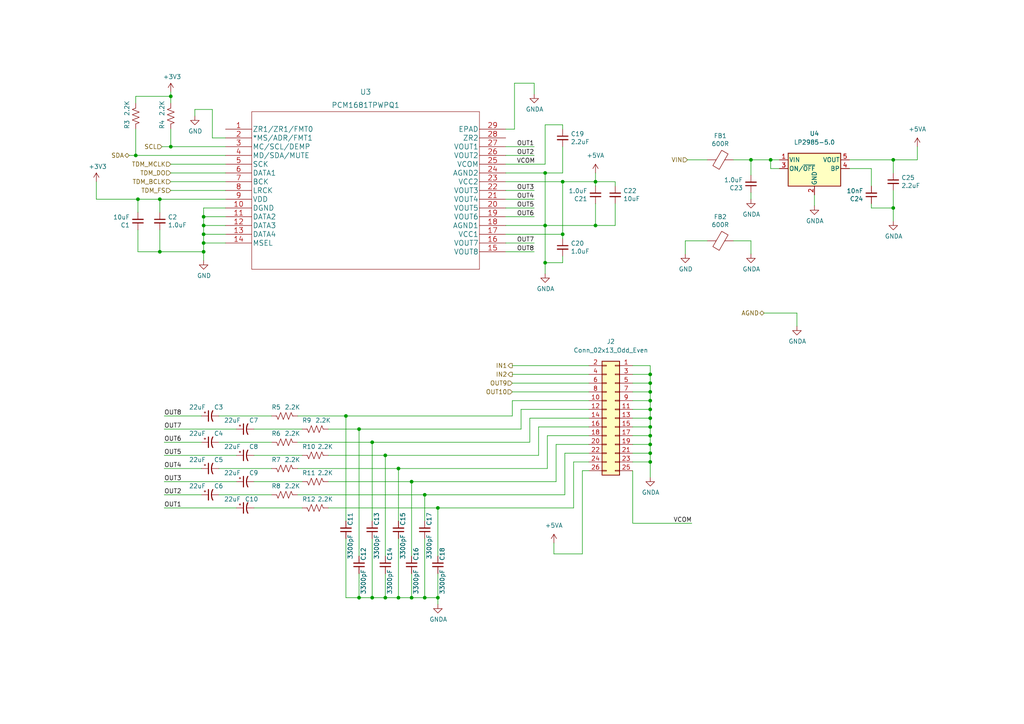
<source format=kicad_sch>
(kicad_sch (version 20211123) (generator eeschema)
  (paper "A4")
  (title_block (title "Daisy Rogue") (date "9/23/2022") (rev "1") (company "Robertsonics"))
  (lib_symbols
    (symbol "Connector_Generic:Conn_02x13_Odd_Even" (pin_names (offset 1.016) hide)
      (property "Reference" "J" (at 1.27 17.78 0))
      (property "Value" "Conn_02x13_Odd_Even" (at 1.27 -17.78 0))
      (symbol "Conn_02x13_Odd_Even_1_1"
        (rectangle (start -1.27 -15.113) (end 0 -15.367) (stroke (width 0.1524)))
        (rectangle (start -1.27 -12.573) (end 0 -12.827) (stroke (width 0.1524)))
        (rectangle (start -1.27 -10.033) (end 0 -10.287) (stroke (width 0.1524)))
        (rectangle (start -1.27 -7.493) (end 0 -7.747) (stroke (width 0.1524)))
        (rectangle (start -1.27 -4.953) (end 0 -5.207) (stroke (width 0.1524)))
        (rectangle (start -1.27 -2.413) (end 0 -2.667) (stroke (width 0.1524)))
        (rectangle (start -1.27 0.127) (end 0 -0.127) (stroke (width 0.1524)))
        (rectangle (start -1.27 2.667) (end 0 2.413) (stroke (width 0.1524)))
        (rectangle (start -1.27 5.207) (end 0 4.953) (stroke (width 0.1524)))
        (rectangle (start -1.27 7.747) (end 0 7.493) (stroke (width 0.1524)))
        (rectangle (start -1.27 10.287) (end 0 10.033) (stroke (width 0.1524)))
        (rectangle (start -1.27 12.827) (end 0 12.573) (stroke (width 0.1524)))
        (rectangle (start -1.27 15.367) (end 0 15.113) (stroke (width 0.1524)))
        (rectangle (start -1.27 16.51) (end 3.81 -16.51) (stroke (width 0.254)) (fill (type background)))
        (rectangle (start 3.81 -15.113) (end 2.54 -15.367) (stroke (width 0.1524)))
        (rectangle (start 3.81 -12.573) (end 2.54 -12.827) (stroke (width 0.1524)))
        (rectangle (start 3.81 -10.033) (end 2.54 -10.287) (stroke (width 0.1524)))
        (rectangle (start 3.81 -7.493) (end 2.54 -7.747) (stroke (width 0.1524)))
        (rectangle (start 3.81 -4.953) (end 2.54 -5.207) (stroke (width 0.1524)))
        (rectangle (start 3.81 -2.413) (end 2.54 -2.667) (stroke (width 0.1524)))
        (rectangle (start 3.81 0.127) (end 2.54 -0.127) (stroke (width 0.1524)))
        (rectangle (start 3.81 2.667) (end 2.54 2.413) (stroke (width 0.1524)))
        (rectangle (start 3.81 5.207) (end 2.54 4.953) (stroke (width 0.1524)))
        (rectangle (start 3.81 7.747) (end 2.54 7.493) (stroke (width 0.1524)))
        (rectangle (start 3.81 10.287) (end 2.54 10.033) (stroke (width 0.1524)))
        (rectangle (start 3.81 12.827) (end 2.54 12.573) (stroke (width 0.1524)))
        (rectangle (start 3.81 15.367) (end 2.54 15.113) (stroke (width 0.1524)))
        (pin passive line (at -5.08 15.24 0) (length 3.81) (name "Pin_1") (number "1"))
        (pin passive line (at 7.62 5.08 180) (length 3.81) (name "Pin_10") (number "10"))
        (pin passive line (at -5.08 2.54 0) (length 3.81) (name "Pin_11") (number "11"))
        (pin passive line (at 7.62 2.54 180) (length 3.81) (name "Pin_12") (number "12"))
        (pin passive line (at -5.08 0 0) (length 3.81) (name "Pin_13") (number "13"))
        (pin passive line (at 7.62 0 180) (length 3.81) (name "Pin_14") (number "14"))
        (pin passive line (at -5.08 -2.54 0) (length 3.81) (name "Pin_15") (number "15"))
        (pin passive line (at 7.62 -2.54 180) (length 3.81) (name "Pin_16") (number "16"))
        (pin passive line (at -5.08 -5.08 0) (length 3.81) (name "Pin_17") (number "17"))
        (pin passive line (at 7.62 -5.08 180) (length 3.81) (name "Pin_18") (number "18"))
        (pin passive line (at -5.08 -7.62 0) (length 3.81) (name "Pin_19") (number "19"))
        (pin passive line (at 7.62 15.24 180) (length 3.81) (name "Pin_2") (number "2"))
        (pin passive line (at 7.62 -7.62 180) (length 3.81) (name "Pin_20") (number "20"))
        (pin passive line (at -5.08 -10.16 0) (length 3.81) (name "Pin_21") (number "21"))
        (pin passive line (at 7.62 -10.16 180) (length 3.81) (name "Pin_22") (number "22"))
        (pin passive line (at -5.08 -12.7 0) (length 3.81) (name "Pin_23") (number "23"))
        (pin passive line (at 7.62 -12.7 180) (length 3.81) (name "Pin_24") (number "24"))
        (pin passive line (at -5.08 -15.24 0) (length 3.81) (name "Pin_25") (number "25"))
        (pin passive line (at 7.62 -15.24 180) (length 3.81) (name "Pin_26") (number "26"))
        (pin passive line (at -5.08 12.7 0) (length 3.81) (name "Pin_3") (number "3"))
        (pin passive line (at 7.62 12.7 180) (length 3.81) (name "Pin_4") (number "4"))
        (pin passive line (at -5.08 10.16 0) (length 3.81) (name "Pin_5") (number "5"))
        (pin passive line (at 7.62 10.16 180) (length 3.81) (name "Pin_6") (number "6"))
        (pin passive line (at -5.08 7.62 0) (length 3.81) (name "Pin_7") (number "7"))
        (pin passive line (at 7.62 7.62 180) (length 3.81) (name "Pin_8") (number "8"))
        (pin passive line (at -5.08 5.08 0) (length 3.81) (name "Pin_9") (number "9"))
      )
    )
    (symbol "Device:C_Polarized_Small_US" (pin_numbers hide) (pin_names (offset 0.254) hide)
      (property "Reference" "C" (at 0.254 1.778 0))
      (property "Value" "C_Polarized_Small_US" (at 0.254 -2.032 0))
      (symbol "C_Polarized_Small_US_0_1"
        (polyline (pts (xy -1.524 0.508) (xy 1.524 0.508)) (stroke (width 0.3048)))
        (polyline (pts (xy -1.27 1.524) (xy -0.762 1.524)))
        (polyline (pts (xy -1.016 1.27) (xy -1.016 1.778)))
        (arc (start 1.524 -0.762) (mid 0 -0.3734) (end -1.524 -0.762) (stroke (width 0.3048)))
      )
      (symbol "C_Polarized_Small_US_1_1"
        (pin passive line (at 0 2.54 270) (length 2.032) (name "~") (number "1"))
        (pin passive line (at 0 -2.54 90) (length 2.032) (name "~") (number "2"))
      )
    )
    (symbol "Device:C_Small" (pin_numbers hide) (pin_names (offset 0.254) hide)
      (property "Reference" "C" (at 0.254 1.778 0))
      (property "Value" "C_Small" (at 0.254 -2.032 0))
      (symbol "C_Small_0_1"
        (polyline (pts (xy -1.524 -0.508) (xy 1.524 -0.508)) (stroke (width 0.3302)))
        (polyline (pts (xy -1.524 0.508) (xy 1.524 0.508)) (stroke (width 0.3048)))
      )
      (symbol "C_Small_1_1"
        (pin passive line (at 0 2.54 270) (length 2.032) (name "~") (number "1"))
        (pin passive line (at 0 -2.54 90) (length 2.032) (name "~") (number "2"))
      )
    )
    (symbol "Device:Ferrite_Bead" (pin_numbers hide) (pin_names (offset 0))
      (property "Reference" "FB" (at -3.81 0.635 90))
      (property "Value" "Device_Ferrite_Bead" (at 3.81 0 90))
      (symbol "Ferrite_Bead_0_1"
        (polyline (pts (xy 0 -1.27) (xy 0 -1.2192)))
        (polyline (pts (xy 0 1.27) (xy 0 1.2954)))
        (polyline (pts (xy -2.7686 0.4064) (xy -1.7018 2.2606) (xy 2.7686 -0.3048) (xy 1.6764 -2.159) (xy -2.7686 0.4064)))
      )
      (symbol "Ferrite_Bead_1_1"
        (pin passive line (at 0 3.81 270) (length 2.54) (name "~") (number "1"))
        (pin passive line (at 0 -3.81 90) (length 2.54) (name "~") (number "2"))
      )
    )
    (symbol "Device:R_US" (pin_numbers hide) (pin_names (offset 0))
      (property "Reference" "R" (at 2.54 0 90))
      (property "Value" "R_US" (at -2.54 0 90))
      (symbol "R_US_0_1"
        (polyline (pts (xy 0 -2.286) (xy 0 -2.54)))
        (polyline (pts (xy 0 2.286) (xy 0 2.54)))
        (polyline (pts (xy 0 -0.762) (xy 1.016 -1.143) (xy 0 -1.524) (xy -1.016 -1.905) (xy 0 -2.286)))
        (polyline (pts (xy 0 0.762) (xy 1.016 0.381) (xy 0 0) (xy -1.016 -0.381) (xy 0 -0.762)))
        (polyline (pts (xy 0 2.286) (xy 1.016 1.905) (xy 0 1.524) (xy -1.016 1.143) (xy 0 0.762)))
      )
      (symbol "R_US_1_1"
        (pin passive line (at 0 3.81 270) (length 1.27) (name "~") (number "1"))
        (pin passive line (at 0 -3.81 90) (length 1.27) (name "~") (number "2"))
      )
    )
    (symbol "PCM1681Q1:PCM1681TPWPQ1" (pin_names (offset 0.254))
      (property "Reference" "U" (at 40.64 10.16 0))
      (property "Value" "PCM1681TPWPQ1" (at 40.64 7.62 0))
      (symbol "PCM1681TPWPQ1_1_1"
        (polyline (pts (xy 7.62 -40.64) (xy 73.66 -40.64)) (stroke (width 0.127)))
        (polyline (pts (xy 7.62 5.08) (xy 7.62 -40.64)) (stroke (width 0.127)))
        (polyline (pts (xy 73.66 -40.64) (xy 73.66 5.08)) (stroke (width 0.127)))
        (polyline (pts (xy 73.66 5.08) (xy 7.62 5.08)) (stroke (width 0.127)))
        (pin bidirectional line (at 0 0 0) (length 7.62) (name "ZR1/ZR1/FMT0") (number "1"))
        (pin power_in line (at 0 -22.86 0) (length 7.62) (name "DGND") (number "10"))
        (pin input line (at 0 -25.4 0) (length 7.62) (name "DATA2") (number "11"))
        (pin input line (at 0 -27.94 0) (length 7.62) (name "DATA3") (number "12"))
        (pin input line (at 0 -30.48 0) (length 7.62) (name "DATA4") (number "13"))
        (pin input line (at 0 -33.02 0) (length 7.62) (name "MSEL") (number "14"))
        (pin output line (at 81.28 -35.56 180) (length 7.62) (name "VOUT8") (number "15"))
        (pin output line (at 81.28 -33.02 180) (length 7.62) (name "VOUT7") (number "16"))
        (pin power_in line (at 81.28 -30.48 180) (length 7.62) (name "VCC1") (number "17"))
        (pin power_in line (at 81.28 -27.94 180) (length 7.62) (name "AGND1") (number "18"))
        (pin output line (at 81.28 -25.4 180) (length 7.62) (name "VOUT6") (number "19"))
        (pin input line (at 0 -2.54 0) (length 7.62) (name "*MS/ADR/FMT1") (number "2"))
        (pin output line (at 81.28 -22.86 180) (length 7.62) (name "VOUT5") (number "20"))
        (pin output line (at 81.28 -20.32 180) (length 7.62) (name "VOUT4") (number "21"))
        (pin output line (at 81.28 -17.78 180) (length 7.62) (name "VOUT3") (number "22"))
        (pin power_in line (at 81.28 -15.24 180) (length 7.62) (name "VCC2") (number "23"))
        (pin power_in line (at 81.28 -12.7 180) (length 7.62) (name "AGND2") (number "24"))
        (pin power_in line (at 81.28 -10.16 180) (length 7.62) (name "VCOM") (number "25"))
        (pin output line (at 81.28 -7.62 180) (length 7.62) (name "VOUT2") (number "26"))
        (pin output line (at 81.28 -5.08 180) (length 7.62) (name "VOUT1") (number "27"))
        (pin output line (at 81.28 -2.54 180) (length 7.62) (name "ZR2") (number "28"))
        (pin unspecified line (at 81.28 0 180) (length 7.62) (name "EPAD") (number "29"))
        (pin input line (at 0 -5.08 0) (length 7.62) (name "MC/SCL/DEMP") (number "3"))
        (pin bidirectional line (at 0 -7.62 0) (length 7.62) (name "MD/SDA/MUTE") (number "4"))
        (pin input line (at 0 -10.16 0) (length 7.62) (name "SCK") (number "5"))
        (pin input line (at 0 -12.7 0) (length 7.62) (name "DATA1") (number "6"))
        (pin input line (at 0 -15.24 0) (length 7.62) (name "BCK") (number "7"))
        (pin input line (at 0 -17.78 0) (length 7.62) (name "LRCK") (number "8"))
        (pin power_in line (at 0 -20.32 0) (length 7.62) (name "VDD") (number "9"))
      )
    )
    (symbol "Regulator_Linear:LP2985-5.0" (pin_names (offset 0.254))
      (property "Reference" "U" (at -6.35 5.715 0))
      (property "Value" "LP2985-5.0" (at 0 5.715 0))
      (symbol "LP2985-5.0_0_1"
        (rectangle (start -7.62 -5.08) (end 7.62 4.445) (stroke (width 0.254)) (fill (type background)))
      )
      (symbol "LP2985-5.0_1_1"
        (pin power_in line (at -10.16 2.54 0) (length 2.54) (name "VIN") (number "1"))
        (pin power_in line (at 0 -7.62 90) (length 2.54) (name "GND") (number "2"))
        (pin input line (at -10.16 0 0) (length 2.54) (name "ON/~{OFF}") (number "3"))
        (pin input line (at 10.16 0 180) (length 2.54) (name "BP") (number "4"))
        (pin power_out line (at 10.16 2.54 180) (length 2.54) (name "VOUT") (number "5"))
      )
    )
    (symbol "power:+3V3" (power) (pin_names (offset 0))
      (property "Value" "+3V3" (at 0 3.556 0))
      (symbol "+3V3_0_1"
        (polyline (pts (xy -0.762 1.27) (xy 0 2.54)))
        (polyline (pts (xy 0 0) (xy 0 2.54)))
        (polyline (pts (xy 0 2.54) (xy 0.762 1.27)))
      )
      (symbol "+3V3_1_1"
        (pin power_in line (at 0 0 90) (length 0) hide (name "+3V3") (number "1"))
      )
    )
    (symbol "power:+5VA" (power) (pin_names (offset 0))
      (property "Value" "+5VA" (at 0 3.556 0))
      (symbol "+5VA_0_1"
        (polyline (pts (xy -0.762 1.27) (xy 0 2.54)))
        (polyline (pts (xy 0 0) (xy 0 2.54)))
        (polyline (pts (xy 0 2.54) (xy 0.762 1.27)))
      )
      (symbol "+5VA_1_1"
        (pin power_in line (at 0 0 90) (length 0) hide (name "+5VA") (number "1"))
      )
    )
    (symbol "power:GND" (power) (pin_names (offset 0))
      (property "Value" "GND" (at 0 -3.81 0))
      (symbol "GND_0_1"
        (polyline (pts (xy 0 0) (xy 0 -1.27) (xy 1.27 -1.27) (xy 0 -2.54) (xy -1.27 -1.27) (xy 0 -1.27)))
      )
      (symbol "GND_1_1"
        (pin power_in line (at 0 0 270) (length 0) hide (name "GND") (number "1"))
      )
    )
    (symbol "power:GNDA" (power) (pin_names (offset 0))
      (property "Value" "GNDA" (at 0 -3.81 0))
      (symbol "GNDA_0_1"
        (polyline (pts (xy 0 0) (xy 0 -1.27) (xy 1.27 -1.27) (xy 0 -2.54) (xy -1.27 -1.27) (xy 0 -1.27)))
      )
      (symbol "GNDA_1_1"
        (pin power_in line (at 0 0 270) (length 0) hide (name "GNDA") (number "1"))
      )
    )
  )
  (junction (at 104.14 124.46))
  (junction (at 188.595 126.365))
  (junction (at 188.595 108.585))
  (junction (at 115.57 135.89))
  (junction (at 119.38 139.7))
  (junction (at 188.595 118.745))
  (junction (at 217.805 46.355))
  (junction (at 59.055 73.025))
  (junction (at 188.595 123.825))
  (junction (at 123.19 173.355))
  (junction (at 223.52 46.355))
  (junction (at 49.53 27.94))
  (junction (at 49.53 42.545))
  (junction (at 115.57 173.355))
  (junction (at 188.595 111.125))
  (junction (at 188.595 133.985))
  (junction (at 188.595 113.665))
  (junction (at 163.195 52.705))
  (junction (at 127 147.32))
  (junction (at 46.355 73.025))
  (junction (at 127 173.355))
  (junction (at 158.115 65.405))
  (junction (at 107.95 128.27))
  (junction (at 111.76 173.355))
  (junction (at 107.95 173.355))
  (junction (at 46.355 57.785))
  (junction (at 100.33 120.65))
  (junction (at 172.72 65.405))
  (junction (at 188.595 121.285))
  (junction (at 59.055 70.485))
  (junction (at 259.08 60.325))
  (junction (at 40.005 57.785))
  (junction (at 172.72 52.705))
  (junction (at 158.115 76.2))
  (junction (at 39.37 45.085))
  (junction (at 163.195 67.945))
  (junction (at 59.055 67.945))
  (junction (at 119.38 173.355))
  (junction (at 59.055 65.405))
  (junction (at 59.055 62.865))
  (junction (at 123.19 143.51))
  (junction (at 111.76 132.08))
  (junction (at 188.595 116.205))
  (junction (at 188.595 128.905))
  (junction (at 104.14 173.355))
  (junction (at 259.08 46.355))
  (junction (at 188.595 131.445))
  (junction (at 158.115 50.165))
  (wire (pts (xy 161.29 128.905) (xy 170.815 128.905)))
  (wire (pts (xy 63.5 143.51) (xy 78.74 143.51)))
  (wire (pts (xy 95.25 147.32) (xy 127 147.32)))
  (wire (pts (xy 111.76 173.355) (xy 115.57 173.355)))
  (wire (pts (xy 217.805 46.355) (xy 223.52 46.355)))
  (wire (pts (xy 156.21 132.08) (xy 156.21 123.825)))
  (wire (pts (xy 104.14 173.355) (xy 107.95 173.355)))
  (wire (pts (xy 236.22 56.515) (xy 236.22 59.69)))
  (wire (pts (xy 146.685 55.245) (xy 154.94 55.245)))
  (wire (pts (xy 183.515 131.445) (xy 188.595 131.445)))
  (wire (pts (xy 151.13 124.46) (xy 151.13 118.745)))
  (wire (pts (xy 95.25 124.46) (xy 104.14 124.46)))
  (wire (pts (xy 172.72 59.055) (xy 172.72 65.405)))
  (wire (pts (xy 172.72 52.705) (xy 178.435 52.705)))
  (wire (pts (xy 188.595 126.365) (xy 188.595 128.905)))
  (wire (pts (xy 39.37 37.465) (xy 39.37 45.085)))
  (wire (pts (xy 46.355 57.785) (xy 65.405 57.785)))
  (wire (pts (xy 259.08 46.355) (xy 259.08 50.165)))
  (wire (pts (xy 183.515 113.665) (xy 188.595 113.665)))
  (wire (pts (xy 115.57 156.21) (xy 115.57 173.355)))
  (wire (pts (xy 39.37 29.845) (xy 39.37 27.94)))
  (wire (pts (xy 86.36 128.27) (xy 107.95 128.27)))
  (wire (pts (xy 49.53 26.67) (xy 49.53 27.94)))
  (wire (pts (xy 158.115 50.165) (xy 158.115 65.405)))
  (wire (pts (xy 107.95 156.21) (xy 107.95 173.355)))
  (wire (pts (xy 259.08 46.355) (xy 266.065 46.355)))
  (wire (pts (xy 168.91 136.525) (xy 168.91 160.655)))
  (wire (pts (xy 56.515 31.75) (xy 61.595 31.75)))
  (wire (pts (xy 172.72 50.165) (xy 172.72 52.705)))
  (wire (pts (xy 156.21 123.825) (xy 170.815 123.825)))
  (wire (pts (xy 146.685 45.085) (xy 154.94 45.085)))
  (wire (pts (xy 170.815 136.525) (xy 168.91 136.525)))
  (wire (pts (xy 49.53 50.165) (xy 65.405 50.165)))
  (wire (pts (xy 65.405 60.325) (xy 59.055 60.325)))
  (wire (pts (xy 111.76 166.37) (xy 111.76 173.355)))
  (wire (pts (xy 104.14 161.29) (xy 104.14 124.46)))
  (wire (pts (xy 252.73 48.895) (xy 252.73 53.975)))
  (wire (pts (xy 46.99 42.545) (xy 49.53 42.545)))
  (wire (pts (xy 188.595 108.585) (xy 188.595 111.125)))
  (wire (pts (xy 266.065 42.545) (xy 266.065 46.355)))
  (wire (pts (xy 49.53 55.245) (xy 65.405 55.245)))
  (wire (pts (xy 47.625 132.08) (xy 68.58 132.08)))
  (wire (pts (xy 107.95 151.13) (xy 107.95 128.27)))
  (wire (pts (xy 146.685 67.945) (xy 163.195 67.945)))
  (wire (pts (xy 148.59 106.045) (xy 170.815 106.045)))
  (wire (pts (xy 146.685 42.545) (xy 154.94 42.545)))
  (wire (pts (xy 49.53 37.465) (xy 49.53 42.545)))
  (wire (pts (xy 123.19 143.51) (xy 163.83 143.51)))
  (wire (pts (xy 59.055 60.325) (xy 59.055 62.865)))
  (wire (pts (xy 259.08 55.245) (xy 259.08 60.325)))
  (wire (pts (xy 158.115 47.625) (xy 158.115 36.195)))
  (wire (pts (xy 188.595 133.985) (xy 188.595 138.43)))
  (wire (pts (xy 246.38 48.895) (xy 252.73 48.895)))
  (wire (pts (xy 183.515 121.285) (xy 188.595 121.285)))
  (wire (pts (xy 148.59 111.125) (xy 170.815 111.125)))
  (wire (pts (xy 188.595 121.285) (xy 188.595 123.825)))
  (wire (pts (xy 127 173.355) (xy 123.19 173.355)))
  (wire (pts (xy 163.195 36.195) (xy 163.195 37.465)))
  (wire (pts (xy 198.755 73.66) (xy 198.755 69.85)))
  (wire (pts (xy 146.685 50.165) (xy 158.115 50.165)))
  (wire (pts (xy 217.805 69.85) (xy 217.805 73.66)))
  (wire (pts (xy 63.5 135.89) (xy 78.74 135.89)))
  (wire (pts (xy 148.59 116.205) (xy 170.815 116.205)))
  (wire (pts (xy 104.14 124.46) (xy 151.13 124.46)))
  (wire (pts (xy 166.37 133.985) (xy 170.815 133.985)))
  (wire (pts (xy 73.66 132.08) (xy 87.63 132.08)))
  (wire (pts (xy 146.685 60.325) (xy 154.94 60.325)))
  (wire (pts (xy 37.465 45.085) (xy 39.37 45.085)))
  (wire (pts (xy 119.38 166.37) (xy 119.38 173.355)))
  (wire (pts (xy 49.53 42.545) (xy 65.405 42.545)))
  (wire (pts (xy 95.25 132.08) (xy 111.76 132.08)))
  (wire (pts (xy 146.685 73.025) (xy 154.94 73.025)))
  (wire (pts (xy 146.685 57.785) (xy 154.94 57.785)))
  (wire (pts (xy 146.685 37.465) (xy 149.225 37.465)))
  (wire (pts (xy 127 166.37) (xy 127 173.355)))
  (wire (pts (xy 212.725 69.85) (xy 217.805 69.85)))
  (wire (pts (xy 49.53 27.94) (xy 49.53 29.845)))
  (wire (pts (xy 163.83 143.51) (xy 163.83 131.445)))
  (wire (pts (xy 46.355 57.785) (xy 46.355 61.595)))
  (wire (pts (xy 158.75 126.365) (xy 170.815 126.365)))
  (wire (pts (xy 183.515 128.905) (xy 188.595 128.905)))
  (wire (pts (xy 86.36 135.89) (xy 115.57 135.89)))
  (wire (pts (xy 221.615 90.805) (xy 231.14 90.805)))
  (wire (pts (xy 172.72 65.405) (xy 178.435 65.405)))
  (wire (pts (xy 183.515 151.765) (xy 200.66 151.765)))
  (wire (pts (xy 246.38 46.355) (xy 259.08 46.355)))
  (wire (pts (xy 188.595 116.205) (xy 188.595 118.745)))
  (wire (pts (xy 111.76 132.08) (xy 156.21 132.08)))
  (wire (pts (xy 146.685 65.405) (xy 158.115 65.405)))
  (wire (pts (xy 86.36 120.65) (xy 100.33 120.65)))
  (wire (pts (xy 86.36 143.51) (xy 123.19 143.51)))
  (wire (pts (xy 168.91 160.655) (xy 160.655 160.655)))
  (wire (pts (xy 158.115 65.405) (xy 158.115 76.2)))
  (wire (pts (xy 153.67 121.285) (xy 170.815 121.285)))
  (wire (pts (xy 123.19 156.21) (xy 123.19 173.355)))
  (wire (pts (xy 188.595 118.745) (xy 188.595 121.285)))
  (wire (pts (xy 115.57 135.89) (xy 158.75 135.89)))
  (wire (pts (xy 40.005 73.025) (xy 46.355 73.025)))
  (wire (pts (xy 163.195 67.945) (xy 163.195 69.215)))
  (wire (pts (xy 163.195 52.705) (xy 172.72 52.705)))
  (wire (pts (xy 183.515 106.045) (xy 188.595 106.045)))
  (wire (pts (xy 148.59 120.65) (xy 148.59 116.205)))
  (wire (pts (xy 183.515 116.205) (xy 188.595 116.205)))
  (wire (pts (xy 40.005 61.595) (xy 40.005 57.785)))
  (wire (pts (xy 161.29 139.7) (xy 161.29 128.905)))
  (wire (pts (xy 40.005 57.785) (xy 46.355 57.785)))
  (wire (pts (xy 158.115 76.2) (xy 158.115 79.375)))
  (wire (pts (xy 46.355 66.675) (xy 46.355 73.025)))
  (wire (pts (xy 47.625 135.89) (xy 58.42 135.89)))
  (wire (pts (xy 160.655 157.48) (xy 160.655 160.655)))
  (wire (pts (xy 27.94 57.785) (xy 40.005 57.785)))
  (wire (pts (xy 183.515 133.985) (xy 188.595 133.985)))
  (wire (pts (xy 127 147.32) (xy 166.37 147.32)))
  (wire (pts (xy 59.055 67.945) (xy 59.055 70.485)))
  (wire (pts (xy 63.5 120.65) (xy 78.74 120.65)))
  (wire (pts (xy 146.685 47.625) (xy 158.115 47.625)))
  (wire (pts (xy 59.055 70.485) (xy 59.055 73.025)))
  (wire (pts (xy 183.515 136.525) (xy 183.515 151.765)))
  (wire (pts (xy 163.83 131.445) (xy 170.815 131.445)))
  (wire (pts (xy 56.515 33.655) (xy 56.515 31.75)))
  (wire (pts (xy 163.195 76.2) (xy 158.115 76.2)))
  (wire (pts (xy 100.33 173.355) (xy 104.14 173.355)))
  (wire (pts (xy 148.59 113.665) (xy 170.815 113.665)))
  (wire (pts (xy 104.14 166.37) (xy 104.14 173.355)))
  (wire (pts (xy 188.595 128.905) (xy 188.595 131.445)))
  (wire (pts (xy 158.115 36.195) (xy 163.195 36.195)))
  (wire (pts (xy 39.37 45.085) (xy 65.405 45.085)))
  (wire (pts (xy 61.595 40.005) (xy 65.405 40.005)))
  (wire (pts (xy 158.75 135.89) (xy 158.75 126.365)))
  (wire (pts (xy 40.005 66.675) (xy 40.005 73.025)))
  (wire (pts (xy 183.515 108.585) (xy 188.595 108.585)))
  (wire (pts (xy 111.76 161.29) (xy 111.76 132.08)))
  (wire (pts (xy 73.66 139.7) (xy 87.63 139.7)))
  (wire (pts (xy 188.595 131.445) (xy 188.595 133.985)))
  (wire (pts (xy 178.435 52.705) (xy 178.435 53.975)))
  (wire (pts (xy 119.38 139.7) (xy 161.29 139.7)))
  (wire (pts (xy 217.805 46.355) (xy 217.805 50.8)))
  (wire (pts (xy 183.515 111.125) (xy 188.595 111.125)))
  (wire (pts (xy 146.685 52.705) (xy 163.195 52.705)))
  (wire (pts (xy 49.53 52.705) (xy 65.405 52.705)))
  (wire (pts (xy 100.33 151.13) (xy 100.33 120.65)))
  (wire (pts (xy 127 161.29) (xy 127 147.32)))
  (wire (pts (xy 123.19 173.355) (xy 119.38 173.355)))
  (wire (pts (xy 61.595 31.75) (xy 61.595 40.005)))
  (wire (pts (xy 172.72 52.705) (xy 172.72 53.975)))
  (wire (pts (xy 59.055 73.025) (xy 59.055 75.565)))
  (wire (pts (xy 63.5 128.27) (xy 78.74 128.27)))
  (wire (pts (xy 151.13 118.745) (xy 170.815 118.745)))
  (wire (pts (xy 223.52 46.355) (xy 226.06 46.355)))
  (wire (pts (xy 73.66 147.32) (xy 87.63 147.32)))
  (wire (pts (xy 46.355 73.025) (xy 59.055 73.025)))
  (wire (pts (xy 188.595 113.665) (xy 188.595 116.205)))
  (wire (pts (xy 47.625 128.27) (xy 58.42 128.27)))
  (wire (pts (xy 163.195 52.705) (xy 163.195 67.945)))
  (wire (pts (xy 119.38 173.355) (xy 115.57 173.355)))
  (wire (pts (xy 212.725 46.355) (xy 217.805 46.355)))
  (wire (pts (xy 47.625 147.32) (xy 68.58 147.32)))
  (wire (pts (xy 127 175.26) (xy 127 173.355)))
  (wire (pts (xy 172.72 65.405) (xy 158.115 65.405)))
  (wire (pts (xy 148.59 108.585) (xy 170.815 108.585)))
  (wire (pts (xy 59.055 65.405) (xy 59.055 67.945)))
  (wire (pts (xy 252.73 60.325) (xy 259.08 60.325)))
  (wire (pts (xy 163.195 74.295) (xy 163.195 76.2)))
  (wire (pts (xy 188.595 123.825) (xy 188.595 126.365)))
  (wire (pts (xy 163.195 50.165) (xy 158.115 50.165)))
  (wire (pts (xy 217.805 55.88) (xy 217.805 57.785)))
  (wire (pts (xy 95.25 139.7) (xy 119.38 139.7)))
  (wire (pts (xy 47.625 124.46) (xy 68.58 124.46)))
  (wire (pts (xy 146.685 70.485) (xy 154.94 70.485)))
  (wire (pts (xy 146.685 62.865) (xy 154.94 62.865)))
  (wire (pts (xy 198.755 69.85) (xy 205.105 69.85)))
  (wire (pts (xy 65.405 62.865) (xy 59.055 62.865)))
  (wire (pts (xy 183.515 123.825) (xy 188.595 123.825)))
  (wire (pts (xy 39.37 27.94) (xy 49.53 27.94)))
  (wire (pts (xy 59.055 67.945) (xy 65.405 67.945)))
  (wire (pts (xy 183.515 118.745) (xy 188.595 118.745)))
  (wire (pts (xy 166.37 147.32) (xy 166.37 133.985)))
  (wire (pts (xy 153.67 128.27) (xy 153.67 121.285)))
  (wire (pts (xy 123.19 151.13) (xy 123.19 143.51)))
  (wire (pts (xy 47.625 139.7) (xy 68.58 139.7)))
  (wire (pts (xy 119.38 161.29) (xy 119.38 139.7)))
  (wire (pts (xy 49.53 47.625) (xy 65.405 47.625)))
  (wire (pts (xy 188.595 106.045) (xy 188.595 108.585)))
  (wire (pts (xy 188.595 111.125) (xy 188.595 113.665)))
  (wire (pts (xy 59.055 62.865) (xy 59.055 65.405)))
  (wire (pts (xy 259.08 60.325) (xy 259.08 64.135)))
  (wire (pts (xy 73.66 124.46) (xy 87.63 124.46)))
  (wire (pts (xy 149.225 24.13) (xy 154.94 24.13)))
  (wire (pts (xy 100.33 156.21) (xy 100.33 173.355)))
  (wire (pts (xy 47.625 143.51) (xy 58.42 143.51)))
  (wire (pts (xy 178.435 65.405) (xy 178.435 59.055)))
  (wire (pts (xy 27.94 52.705) (xy 27.94 57.785)))
  (wire (pts (xy 59.055 65.405) (xy 65.405 65.405)))
  (wire (pts (xy 223.52 48.895) (xy 223.52 46.355)))
  (wire (pts (xy 107.95 128.27) (xy 153.67 128.27)))
  (wire (pts (xy 163.195 42.545) (xy 163.195 50.165)))
  (wire (pts (xy 252.73 59.055) (xy 252.73 60.325)))
  (wire (pts (xy 223.52 48.895) (xy 226.06 48.895)))
  (wire (pts (xy 100.33 120.65) (xy 148.59 120.65)))
  (wire (pts (xy 65.405 70.485) (xy 59.055 70.485)))
  (wire (pts (xy 115.57 151.13) (xy 115.57 135.89)))
  (wire (pts (xy 231.14 90.805) (xy 231.14 94.615)))
  (wire (pts (xy 154.94 24.13) (xy 154.94 27.305)))
  (wire (pts (xy 183.515 126.365) (xy 188.595 126.365)))
  (wire (pts (xy 199.39 46.355) (xy 205.105 46.355)))
  (wire (pts (xy 47.625 120.65) (xy 58.42 120.65)))
  (wire (pts (xy 149.225 37.465) (xy 149.225 24.13)))
  (wire (pts (xy 107.95 173.355) (xy 111.76 173.355)))
  (label "OUT3" (at 47.625 139.7 0))
  (label "OUT4" (at 154.94 57.785 180))
  (label "OUT8" (at 47.625 120.65 0))
  (label "OUT8" (at 154.94 73.025 180))
  (label "OUT5" (at 154.94 60.325 180))
  (label "VCOM" (at 149.86 47.625 0))
  (label "OUT3" (at 154.94 55.245 180))
  (label "OUT1" (at 47.625 147.32 0))
  (label "OUT1" (at 154.94 42.545 180))
  (label "OUT7" (at 154.94 70.485 180))
  (label "OUT2" (at 154.94 45.085 180))
  (label "OUT6" (at 154.94 62.865 180))
  (label "VCOM" (at 200.66 151.765 180))
  (label "OUT4" (at 47.625 135.89 0))
  (label "OUT7" (at 47.625 124.46 0))
  (label "OUT5" (at 47.625 132.08 0))
  (label "OUT2" (at 47.625 143.51 0))
  (label "OUT6" (at 47.625 128.27 0))
  (hierarchical_label "SDA" (shape bidirectional) (at 37.465 45.085 180))
  (hierarchical_label "OUT9" (shape input) (at 148.59 111.125 180))
  (hierarchical_label "IN1" (shape output) (at 148.59 106.045 180))
  (hierarchical_label "AGND" (shape bidirectional) (at 221.615 90.805 180))
  (hierarchical_label "TDM_DO" (shape input) (at 49.53 50.165 180))
  (hierarchical_label "TDM_BCLK" (shape input) (at 49.53 52.705 180))
  (hierarchical_label "OUT10" (shape input) (at 148.59 113.665 180))
  (hierarchical_label "VIN" (shape input) (at 199.39 46.355 180))
  (hierarchical_label "TDM_MCLK" (shape input) (at 49.53 47.625 180))
  (hierarchical_label "IN2" (shape output) (at 148.59 108.585 180))
  (hierarchical_label "SCL" (shape input) (at 46.99 42.545 180))
  (hierarchical_label "TDM_FS" (shape input) (at 49.53 55.245 180))
  (symbol (lib_id "Device:C_Small") (at 115.57 153.67 180) (unit 1)
    (property "Reference" "C15" (at 116.84 148.59 90) (effects (justify left)))
    (property "Value" "3300pF" (at 116.84 154.94 90) (effects (justify left)))
    (property "Footprint" "Capacitor_SMD:C_0603_1608Metric" (effects hide))
  )
  (symbol (lib_id "power:+3V3") (at 27.94 52.705 0) (unit 1)
    (property "Reference" "#PWR09" (effects hide))
    (property "Value" "+3V3" (at 28.321 48.3108 0))
  )
  (symbol (lib_id "power:+5VA") (at 172.72 50.165 0) (unit 1)
    (property "Reference" "#PWR017" (effects hide))
    (property "Value" "+5VA" (at 172.72 45.085 0))
  )
  (symbol (lib_id "Device:C_Small") (at 104.14 163.83 180) (unit 1)
    (property "Reference" "C12" (at 105.41 158.75 90) (effects (justify left)))
    (property "Value" "3300pF" (at 105.41 165.1 90) (effects (justify left)))
    (property "Footprint" "Capacitor_SMD:C_0603_1608Metric" (effects hide))
  )
  (symbol (lib_id "Device:C_Polarized_Small_US") (at 60.96 128.27 90) (mirror x) (unit 1)
    (property "Reference" "C4" (at 64.77 125.73 90) (effects (justify left)))
    (property "Value" "22uF" (at 59.69 125.73 90) (effects (justify left)))
    (property "Footprint" "Capacitor_SMD:C_1206_3216Metric" (effects hide))
  )
  (symbol (lib_id "Device:Ferrite_Bead") (at 208.915 46.355 270) (unit 1)
    (property "Reference" "FB1" (at 208.915 39.3954 90))
    (property "Value" "600R" (at 208.915 41.7068 90))
    (property "Footprint" "Inductor_SMD:L_0603_1608Metric" (effects hide))
  )
  (symbol (lib_id "Device:R_US") (at 91.44 124.46 270) (mirror x) (unit 1)
    (property "Reference" "R9" (at 87.63 121.92 90) (effects (justify left)))
    (property "Value" "2.2K" (at 91.44 121.92 90) (effects (justify left)))
    (property "Footprint" "Resistor_SMD:R_0603_1608Metric" (effects hide))
  )
  (symbol (lib_id "power:GND") (at 59.055 75.565 0) (unit 1)
    (property "Reference" "#PWR012" (effects hide))
    (property "Value" "GND" (at 59.182 79.9592 0))
  )
  (symbol (lib_id "Device:C_Polarized_Small_US") (at 60.96 143.51 90) (mirror x) (unit 1)
    (property "Reference" "C6" (at 64.77 140.97 90) (effects (justify left)))
    (property "Value" "22uF" (at 59.69 140.97 90) (effects (justify left)))
    (property "Footprint" "Capacitor_SMD:C_1206_3216Metric" (effects hide))
  )
  (symbol (lib_id "Device:R_US") (at 91.44 147.32 270) (mirror x) (unit 1)
    (property "Reference" "R12" (at 87.63 144.78 90) (effects (justify left)))
    (property "Value" "2.2K" (at 92.075 144.78 90) (effects (justify left)))
    (property "Footprint" "Resistor_SMD:R_0603_1608Metric" (effects hide))
  )
  (symbol (lib_id "power:GNDA") (at 127 175.26 0) (unit 1)
    (property "Reference" "#PWR013" (effects hide))
    (property "Value" "GNDA" (at 127.127 179.6542 0))
  )
  (symbol (lib_id "power:GNDA") (at 217.805 57.785 0) (unit 1)
    (property "Reference" "#PWR020" (effects hide))
    (property "Value" "GNDA" (at 217.932 62.1792 0))
  )
  (symbol (lib_id "Device:R_US") (at 82.55 143.51 270) (mirror x) (unit 1)
    (property "Reference" "R8" (at 78.74 140.97 90) (effects (justify left)))
    (property "Value" "2.2K" (at 82.55 140.97 90) (effects (justify left)))
    (property "Footprint" "Resistor_SMD:R_0603_1608Metric" (effects hide))
  )
  (symbol (lib_id "Device:Ferrite_Bead") (at 208.915 69.85 270) (unit 1)
    (property "Reference" "FB2" (at 208.915 62.8904 90))
    (property "Value" "600R" (at 208.915 65.2018 90))
    (property "Footprint" "Inductor_SMD:L_0603_1608Metric" (effects hide))
  )
  (symbol (lib_id "Device:C_Small") (at 100.33 153.67 180) (unit 1)
    (property "Reference" "C11" (at 101.6 148.59 90) (effects (justify left)))
    (property "Value" "3300pF" (at 101.6 154.94 90) (effects (justify left)))
    (property "Footprint" "Capacitor_SMD:C_0603_1608Metric" (effects hide))
  )
  (symbol (lib_id "power:GNDA") (at 154.94 27.305 0) (unit 1)
    (property "Reference" "#PWR014" (effects hide))
    (property "Value" "GNDA" (at 155.067 31.6992 0))
  )
  (symbol (lib_id "Device:C_Small") (at 46.355 64.135 0) (unit 1)
    (property "Reference" "C2" (at 48.6918 62.9666 0) (effects (justify left)))
    (property "Value" "1.0uF" (at 48.6918 65.278 0) (effects (justify left)))
    (property "Footprint" "Capacitor_SMD:C_0603_1608Metric" (effects hide))
  )
  (symbol (lib_id "Device:R_US") (at 82.55 135.89 270) (mirror x) (unit 1)
    (property "Reference" "R7" (at 78.74 133.35 90) (effects (justify left)))
    (property "Value" "2.2K" (at 82.55 133.35 90) (effects (justify left)))
    (property "Footprint" "Resistor_SMD:R_0603_1608Metric" (effects hide))
  )
  (symbol (lib_id "Device:C_Small") (at 259.08 52.705 0) (unit 1)
    (property "Reference" "C25" (at 261.4168 51.5366 0) (effects (justify left)))
    (property "Value" "2.2uF" (at 261.4168 53.848 0) (effects (justify left)))
    (property "Footprint" "Capacitor_SMD:C_0603_1608Metric" (effects hide))
  )
  (symbol (lib_id "power:GNDA") (at 231.14 94.615 0) (unit 1)
    (property "Reference" "#PWR022" (effects hide))
    (property "Value" "GNDA" (at 231.267 99.0092 0))
  )
  (symbol (lib_id "Device:C_Small") (at 172.72 56.515 180) (unit 1)
    (property "Reference" "C21" (at 170.3832 57.6834 0) (effects (justify left)))
    (property "Value" "1.0uF" (at 170.3832 55.372 0) (effects (justify left)))
    (property "Footprint" "Capacitor_SMD:C_0603_1608Metric" (effects hide))
  )
  (symbol (lib_id "Device:C_Small") (at 123.19 153.67 180) (unit 1)
    (property "Reference" "C17" (at 124.46 148.59 90) (effects (justify left)))
    (property "Value" "3300pF" (at 124.46 154.94 90) (effects (justify left)))
    (property "Footprint" "Capacitor_SMD:C_0603_1608Metric" (effects hide))
  )
  (symbol (lib_id "Device:C_Polarized_Small_US") (at 71.12 147.32 90) (mirror x) (unit 1)
    (property "Reference" "C10" (at 74.93 144.78 90) (effects (justify left)))
    (property "Value" "22uF" (at 69.85 144.78 90) (effects (justify left)))
    (property "Footprint" "Capacitor_SMD:C_1206_3216Metric" (effects hide))
  )
  (symbol (lib_id "Device:C_Small") (at 163.195 40.005 0) (unit 1)
    (property "Reference" "C19" (at 165.5318 38.8366 0) (effects (justify left)))
    (property "Value" "2.2uF" (at 165.5318 41.148 0) (effects (justify left)))
    (property "Footprint" "Capacitor_SMD:C_0603_1608Metric" (effects hide))
  )
  (symbol (lib_id "Device:C_Small") (at 107.95 153.67 180) (unit 1)
    (property "Reference" "C13" (at 109.22 148.59 90) (effects (justify left)))
    (property "Value" "3300pF" (at 109.22 154.94 90) (effects (justify left)))
    (property "Footprint" "Capacitor_SMD:C_0603_1608Metric" (effects hide))
  )
  (symbol (lib_id "Device:C_Small") (at 163.195 71.755 0) (unit 1)
    (property "Reference" "C20" (at 165.5318 70.5866 0) (effects (justify left)))
    (property "Value" "1.0uF" (at 165.5318 72.898 0) (effects (justify left)))
    (property "Footprint" "Capacitor_SMD:C_0603_1608Metric" (effects hide))
  )
  (symbol (lib_id "power:GNDA") (at 158.115 79.375 0) (unit 1)
    (property "Reference" "#PWR015" (effects hide))
    (property "Value" "GNDA" (at 158.242 83.7692 0))
  )
  (symbol (lib_id "Device:C_Small") (at 119.38 163.83 180) (unit 1)
    (property "Reference" "C16" (at 120.65 158.75 90) (effects (justify left)))
    (property "Value" "3300pF" (at 120.65 165.1 90) (effects (justify left)))
    (property "Footprint" "Capacitor_SMD:C_0603_1608Metric" (effects hide))
  )
  (symbol (lib_id "power:GNDA") (at 217.805 73.66 0) (unit 1)
    (property "Reference" "#PWR021" (effects hide))
    (property "Value" "GNDA" (at 217.932 78.0542 0))
  )
  (symbol (lib_id "Device:R_US") (at 91.44 139.7 270) (mirror x) (unit 1)
    (property "Reference" "R11" (at 87.63 137.16 90) (effects (justify left)))
    (property "Value" "2.2K" (at 92.075 137.16 90) (effects (justify left)))
    (property "Footprint" "Resistor_SMD:R_0603_1608Metric" (effects hide))
  )
  (symbol (lib_id "Device:R_US") (at 82.55 120.65 270) (mirror x) (unit 1)
    (property "Reference" "R5" (at 78.74 118.11 90) (effects (justify left)))
    (property "Value" "2.2K" (at 82.55 118.11 90) (effects (justify left)))
    (property "Footprint" "Resistor_SMD:R_0603_1608Metric" (effects hide))
  )
  (symbol (lib_id "Device:C_Small") (at 252.73 56.515 180) (unit 1)
    (property "Reference" "C24" (at 250.3932 57.6834 0) (effects (justify left)))
    (property "Value" "10nF" (at 250.3932 55.372 0) (effects (justify left)))
    (property "Footprint" "Capacitor_SMD:C_0603_1608Metric" (effects hide))
  )
  (symbol (lib_id "power:GNDA") (at 188.595 138.43 0) (unit 1)
    (property "Reference" "#PWR018" (effects hide))
    (property "Value" "GNDA" (at 188.722 142.8242 0))
  )
  (symbol (lib_id "power:GNDA") (at 259.08 64.135 0) (unit 1)
    (property "Reference" "#PWR024" (effects hide))
    (property "Value" "GNDA" (at 259.207 68.5292 0))
  )
  (symbol (lib_id "power:GNDA") (at 236.22 59.69 0) (unit 1)
    (property "Reference" "#PWR023" (effects hide))
    (property "Value" "GNDA" (at 236.347 64.0842 0))
  )
  (symbol (lib_id "PCM1681Q1:PCM1681TPWPQ1") (at 65.405 37.465 0) (unit 1)
    (property "Reference" "U3" (at 106.045 26.67 0) (effects (font (size 1.524 1.524))))
    (property "Value" "PCM1681TPWPQ1" (at 106.045 30.48 0) (effects (font (size 1.524 1.524))))
    (property "Footprint" "PCM1681Q1:PCM1681TPWPQ1" (effects hide))
  )
  (symbol (lib_id "Device:C_Small") (at 111.76 163.83 180) (unit 1)
    (property "Reference" "C14" (at 113.03 158.75 90) (effects (justify left)))
    (property "Value" "3300pF" (at 113.03 165.1 90) (effects (justify left)))
    (property "Footprint" "Capacitor_SMD:C_0603_1608Metric" (effects hide))
  )
  (symbol (lib_id "Device:C_Small") (at 127 163.83 180) (unit 1)
    (property "Reference" "C18" (at 128.27 158.75 90) (effects (justify left)))
    (property "Value" "3300pF" (at 128.27 165.1 90) (effects (justify left)))
    (property "Footprint" "Capacitor_SMD:C_0603_1608Metric" (effects hide))
  )
  (symbol (lib_id "Device:C_Small") (at 178.435 56.515 0) (unit 1)
    (property "Reference" "C22" (at 180.7718 55.3466 0) (effects (justify left)))
    (property "Value" "10uF" (at 180.7718 57.658 0) (effects (justify left)))
    (property "Footprint" "Capacitor_SMD:C_0805_2012Metric" (effects hide))
  )
  (symbol (lib_id "power:GND") (at 198.755 73.66 0) (unit 1)
    (property "Reference" "#PWR019" (effects hide))
    (property "Value" "GND" (at 198.882 78.0542 0))
  )
  (symbol (lib_id "Device:C_Polarized_Small_US") (at 71.12 132.08 90) (mirror x) (unit 1)
    (property "Reference" "C8" (at 74.93 129.54 90) (effects (justify left)))
    (property "Value" "22uF" (at 69.85 129.54 90) (effects (justify left)))
    (property "Footprint" "Capacitor_SMD:C_1206_3216Metric" (effects hide))
  )
  (symbol (lib_id "Device:C_Polarized_Small_US") (at 71.12 124.46 90) (mirror x) (unit 1)
    (property "Reference" "C7" (at 74.93 121.92 90) (effects (justify left)))
    (property "Value" "22uF" (at 69.85 121.92 90) (effects (justify left)))
    (property "Footprint" "Capacitor_SMD:C_1206_3216Metric" (effects hide))
  )
  (symbol (lib_id "Device:C_Polarized_Small_US") (at 71.12 139.7 90) (mirror x) (unit 1)
    (property "Reference" "C9" (at 74.93 137.16 90) (effects (justify left)))
    (property "Value" "22uF" (at 69.85 137.16 90) (effects (justify left)))
    (property "Footprint" "Capacitor_SMD:C_1206_3216Metric" (effects hide))
  )
  (symbol (lib_id "power:+5VA") (at 266.065 42.545 0) (unit 1)
    (property "Reference" "#PWR025" (effects hide))
    (property "Value" "+5VA" (at 266.065 37.465 0))
  )
  (symbol (lib_id "Regulator_Linear:LP2985-5.0") (at 236.22 48.895 0) (unit 1)
    (property "Reference" "U4" (at 236.22 38.735 0))
    (property "Value" "LP2985-5.0" (at 236.22 41.275 0))
    (property "Footprint" "Package_TO_SOT_SMD:SOT-23-5" (effects hide))
    (property "Datasheet" "http://www.ti.com/lit/ds/symlink/lp2985.pdf" (effects hide))
  )
  (symbol (lib_id "Device:R_US") (at 39.37 33.655 0) (mirror y) (unit 1)
    (property "Reference" "R3" (at 36.83 37.465 90) (effects (justify left)))
    (property "Value" "2.2K" (at 36.83 33.655 90) (effects (justify left)))
    (property "Footprint" "Resistor_SMD:R_0603_1608Metric" (effects hide))
  )
  (symbol (lib_id "power:+5VA") (at 160.655 157.48 0) (unit 1)
    (property "Reference" "#PWR016" (effects hide))
    (property "Value" "+5VA" (at 160.655 152.4 0))
  )
  (symbol (lib_id "Device:C_Small") (at 40.005 64.135 180) (unit 1)
    (property "Reference" "C1" (at 37.6682 65.3034 0) (effects (justify left)))
    (property "Value" "10uF" (at 37.6682 62.992 0) (effects (justify left)))
    (property "Footprint" "Capacitor_SMD:C_0805_2012Metric" (effects hide))
  )
  (symbol (lib_id "Connector_Generic:Conn_02x13_Odd_Even") (at 178.435 121.285 0) (mirror y) (unit 1)
    (property "Reference" "J2" (at 177.165 99.06 0))
    (property "Value" "Conn_02x13_Odd_Even" (at 177.165 101.6 0))
    (property "Footprint" "Connector_PinHeader_2.54mm:PinHeader_2x13_P2.54mm_Vertical" (effects hide))
  )
  (symbol (lib_id "power:GND") (at 56.515 33.655 0) (unit 1)
    (property "Reference" "#PWR011" (effects hide))
    (property "Value" "GND" (at 56.642 38.0492 0))
  )
  (symbol (lib_id "Device:R_US") (at 49.53 33.655 0) (mirror y) (unit 1)
    (property "Reference" "R4" (at 46.99 37.465 90) (effects (justify left)))
    (property "Value" "2.2K" (at 46.99 33.655 90) (effects (justify left)))
    (property "Footprint" "Resistor_SMD:R_0603_1608Metric" (effects hide))
  )
  (symbol (lib_id "Device:C_Polarized_Small_US") (at 60.96 135.89 90) (mirror x) (unit 1)
    (property "Reference" "C5" (at 64.77 133.35 90) (effects (justify left)))
    (property "Value" "22uF" (at 59.69 133.35 90) (effects (justify left)))
    (property "Footprint" "Capacitor_SMD:C_1206_3216Metric" (effects hide))
  )
  (symbol (lib_id "Device:C_Polarized_Small_US") (at 60.96 120.65 90) (mirror x) (unit 1)
    (property "Reference" "C3" (at 64.77 118.11 90) (effects (justify left)))
    (property "Value" "22uF" (at 59.69 118.11 90) (effects (justify left)))
    (property "Footprint" "Capacitor_SMD:C_1206_3216Metric" (effects hide))
  )
  (symbol (lib_id "power:+3V3") (at 49.53 26.67 0) (unit 1)
    (property "Reference" "#PWR010" (effects hide))
    (property "Value" "+3V3" (at 49.911 22.2758 0))
  )
  (symbol (lib_id "Device:R_US") (at 82.55 128.27 270) (mirror x) (unit 1)
    (property "Reference" "R6" (at 78.74 125.73 90) (effects (justify left)))
    (property "Value" "2.2K" (at 82.55 125.73 90) (effects (justify left)))
    (property "Footprint" "Resistor_SMD:R_0603_1608Metric" (effects hide))
  )
  (symbol (lib_id "Device:C_Small") (at 217.805 53.34 180) (unit 1)
    (property "Reference" "C23" (at 215.4682 54.5084 0) (effects (justify left)))
    (property "Value" "1.0uF" (at 215.4682 52.197 0) (effects (justify left)))
    (property "Footprint" "Capacitor_SMD:C_0603_1608Metric" (effects hide))
  )
  (symbol (lib_id "Device:R_US") (at 91.44 132.08 270) (mirror x) (unit 1)
    (property "Reference" "R10" (at 87.63 129.54 90) (effects (justify left)))
    (property "Value" "2.2K" (at 92.075 129.54 90) (effects (justify left)))
    (property "Footprint" "Resistor_SMD:R_0603_1608Metric" (effects hide))
  )
)
</source>
